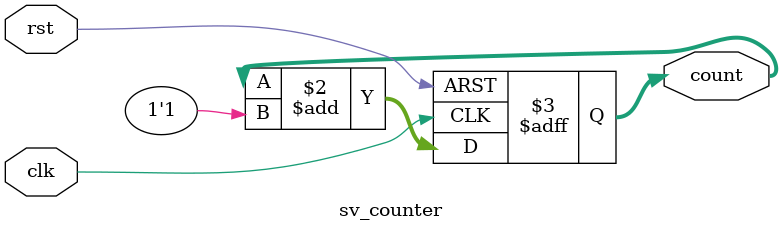
<source format=sv>
`timescale 1ns / 1ps


module sv_counter (
    input  logic clk,
    input  logic rst,
    output logic [7:0] count
);

    always_ff @(posedge clk or posedge rst) begin
        if (rst)
            count <= 8'h00;
        else
            count <= count + 1'b1;
    end

endmodule

</source>
